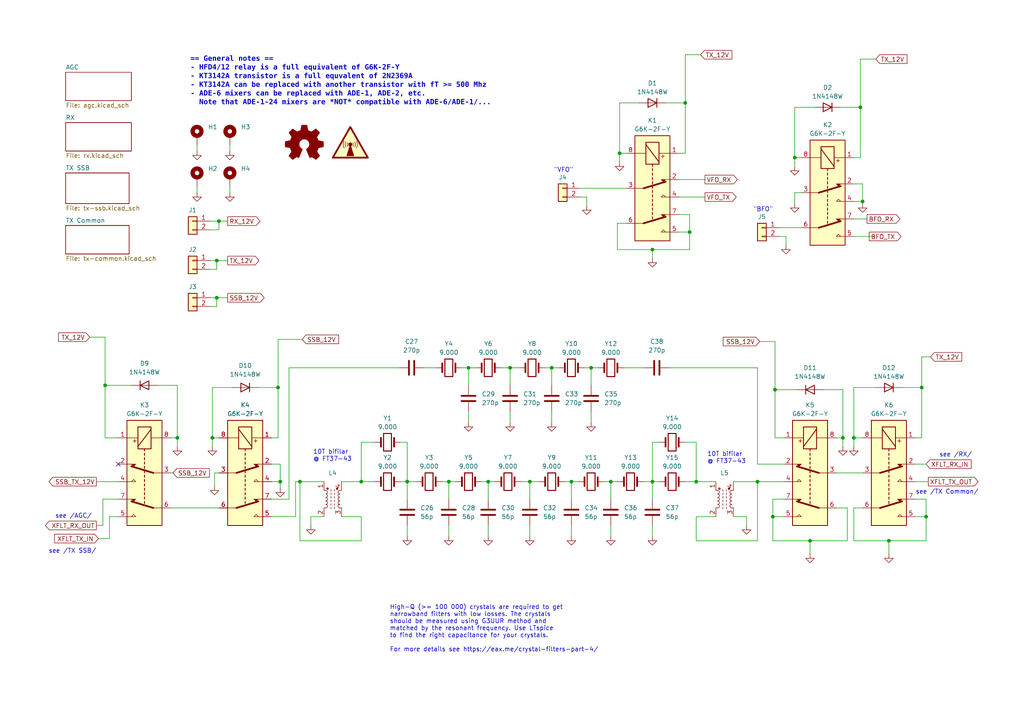
<source format=kicad_sch>
(kicad_sch (version 20230121) (generator eeschema)
  (paper "A4")
  (title_block (title "HBR/MK2 RXTX Board") (date "2024-02-03") (rev "1.0"))
  (lib_symbols
    (symbol "Connector_Generic:Conn_01x02" (pin_names (offset 1.016) hide)
      (property "Reference" "J" (at 0 2.54 0))
      (property "Value" "Conn_01x02" (at 0 -5.08 0))
      (symbol "Conn_01x02_1_1"
        (rectangle (start -1.27 -2.413) (end 0 -2.667) (stroke (width 0.1524)))
        (rectangle (start -1.27 0.127) (end 0 -0.127) (stroke (width 0.1524)))
        (rectangle (start -1.27 1.27) (end 1.27 -3.81) (stroke (width 0.254)) (fill (type background)))
        (pin passive line (at -5.08 0 0) (length 3.81) (name "Pin_1") (number "1"))
        (pin passive line (at -5.08 -2.54 0) (length 3.81) (name "Pin_2") (number "2"))
      )
    )
    (symbol "Device:C" (pin_numbers hide) (pin_names (offset 0.254))
      (property "Reference" "C" (at 0.635 2.54 0))
      (property "Value" "C" (at 0.635 -2.54 0))
      (symbol "C_0_1"
        (polyline (pts (xy -2.032 -0.762) (xy 2.032 -0.762)) (stroke (width 0.508)))
        (polyline (pts (xy -2.032 0.762) (xy 2.032 0.762)) (stroke (width 0.508)))
      )
      (symbol "C_1_1"
        (pin passive line (at 0 3.81 270) (length 2.794) (name "~") (number "1"))
        (pin passive line (at 0 -3.81 90) (length 2.794) (name "~") (number "2"))
      )
    )
    (symbol "Device:Crystal" (pin_numbers hide) (pin_names (offset 1.016) hide)
      (property "Reference" "Y" (at 0 3.81 0))
      (property "Value" "Crystal" (at 0 -3.81 0))
      (symbol "Crystal_0_1"
        (rectangle (start -1.143 2.54) (end 1.143 -2.54) (stroke (width 0.3048)))
        (polyline (pts (xy -2.54 0) (xy -1.905 0)))
        (polyline (pts (xy -1.905 -1.27) (xy -1.905 1.27)) (stroke (width 0.508)))
        (polyline (pts (xy 1.905 -1.27) (xy 1.905 1.27)) (stroke (width 0.508)))
        (polyline (pts (xy 2.54 0) (xy 1.905 0)))
      )
      (symbol "Crystal_1_1"
        (pin passive line (at -3.81 0 0) (length 1.27) (name "1") (number "1"))
        (pin passive line (at 3.81 0 180) (length 1.27) (name "2") (number "2"))
      )
    )
    (symbol "Device:L_Ferrite_Coupled_1243" (pin_names (offset 0.254) hide)
      (property "Reference" "L" (at 0 4.445 0))
      (property "Value" "L_Ferrite_Coupled_1243" (at 0 -4.445 0))
      (symbol "L_Ferrite_Coupled_1243_0_1"
        (circle (center -3.048 -1.27) (radius 0.254) (fill (type outline)))
        (circle (center -3.048 1.524) (radius 0.254) (fill (type outline)))
        (arc (start -2.54 2.032) (mid -2.032 1.5262) (end -1.524 2.032))
        (arc (start -1.524 -2.032) (mid -2.032 -1.5262) (end -2.54 -2.032))
        (arc (start -1.524 2.032) (mid -1.016 1.5262) (end -0.508 2.032))
        (arc (start -0.508 -2.032) (mid -1.016 -1.5262) (end -1.524 -2.032))
        (arc (start -0.508 2.032) (mid 0 1.5262) (end 0.508 2.032))
        (polyline (pts (xy -2.794 -0.508) (xy -2.286 -0.508)))
        (polyline (pts (xy -2.794 0.508) (xy -2.286 0.508)))
        (polyline (pts (xy -2.54 -2.032) (xy -2.54 -2.54)))
        (polyline (pts (xy -2.54 2.032) (xy -2.54 2.54)))
        (polyline (pts (xy -1.778 -0.508) (xy -1.27 -0.508)))
        (polyline (pts (xy -1.778 0.508) (xy -1.27 0.508)))
        (polyline (pts (xy -0.762 -0.508) (xy -0.254 -0.508)))
        (polyline (pts (xy -0.762 0.508) (xy -0.254 0.508)))
        (polyline (pts (xy 0.254 -0.508) (xy 0.762 -0.508)))
        (polyline (pts (xy 0.254 0.508) (xy 0.762 0.508)))
        (polyline (pts (xy 1.27 -0.508) (xy 1.778 -0.508)))
        (polyline (pts (xy 1.27 0.508) (xy 1.778 0.508)))
        (polyline (pts (xy 2.286 -0.508) (xy 2.794 -0.508)))
        (polyline (pts (xy 2.286 0.508) (xy 2.794 0.508)))
        (polyline (pts (xy 2.54 -2.032) (xy 2.54 -2.54)))
        (polyline (pts (xy 2.54 2.54) (xy 2.54 2.032)))
        (arc (start 0.508 -2.032) (mid 0 -1.5262) (end -0.508 -2.032))
        (arc (start 0.508 2.032) (mid 1.016 1.5262) (end 1.524 2.032))
        (arc (start 1.524 -2.032) (mid 1.016 -1.5262) (end 0.508 -2.032))
        (arc (start 1.524 2.032) (mid 2.032 1.5262) (end 2.54 2.032))
        (arc (start 2.54 -2.032) (mid 2.032 -1.5262) (end 1.524 -2.032))
      )
      (symbol "L_Ferrite_Coupled_1243_1_1"
        (pin passive line (at -5.08 2.54 0) (length 2.54) (name "1") (number "1"))
        (pin passive line (at 5.08 2.54 180) (length 2.54) (name "2") (number "2"))
        (pin passive line (at 5.08 -2.54 180) (length 2.54) (name "3") (number "3"))
        (pin passive line (at -5.08 -2.54 0) (length 2.54) (name "4") (number "4"))
      )
    )
    (symbol "Diode:1N4148W" (pin_numbers hide) (pin_names hide)
      (property "Reference" "D" (at 0 2.54 0))
      (property "Value" "1N4148W" (at 0 -2.54 0))
      (symbol "1N4148W_0_1"
        (polyline (pts (xy -1.27 1.27) (xy -1.27 -1.27)) (stroke (width 0.254)))
        (polyline (pts (xy 1.27 0) (xy -1.27 0)))
        (polyline (pts (xy 1.27 1.27) (xy 1.27 -1.27) (xy -1.27 0) (xy 1.27 1.27)) (stroke (width 0.254)))
      )
      (symbol "1N4148W_1_1"
        (pin passive line (at -3.81 0 0) (length 2.54) (name "K") (number "1"))
        (pin passive line (at 3.81 0 180) (length 2.54) (name "A") (number "2"))
      )
    )
    (symbol "Graphic:Logo_Open_Hardware_Small" (in_bom no) (on_board no)
      (symbol "Logo_Open_Hardware_Small_0_1"
        (polyline (pts (xy 3.3528 -4.3434) (xy 3.302 -4.318) (xy 3.175 -4.2418) (xy 2.9972 -4.1148) (xy 2.7686 -3.9624) (xy 2.54 -3.81) (xy 2.3622 -3.7084) (xy 2.2352 -3.6068) (xy 2.1844 -3.5814) (xy 2.159 -3.6068) (xy 2.0574 -3.6576) (xy 1.905 -3.7338) (xy 1.8034 -3.7846) (xy 1.6764 -3.8354) (xy 1.6002 -3.8354) (xy 1.6002 -3.8354) (xy 1.5494 -3.7338) (xy 1.4732 -3.5306) (xy 1.3462 -3.302) (xy 1.2446 -3.0226) (xy 1.1176 -2.7178) (xy 0.9652 -2.413) (xy 0.8636 -2.1082) (xy 0.7366 -1.8288) (xy 0.6604 -1.6256) (xy 0.6096 -1.4732) (xy 0.5842 -1.397) (xy 0.5842 -1.397) (xy 0.6604 -1.3208) (xy 0.7874 -1.2446) (xy 1.0414 -1.016) (xy 1.2954 -0.6858) (xy 1.4478 -0.3302) (xy 1.524 0.0762) (xy 1.4732 0.4572) (xy 1.3208 0.8128) (xy 1.0668 1.143) (xy 0.762 1.3716) (xy 0.4064 1.524) (xy 0 1.5748) (xy -0.381 1.5494) (xy -0.7366 1.397) (xy -1.0668 1.143) (xy -1.2192 0.9906) (xy -1.397 0.6604) (xy -1.524 0.3048) (xy -1.524 0.2286) (xy -1.4986 -0.1778) (xy -1.397 -0.5334) (xy -1.1938 -0.8636) (xy -0.9144 -1.143) (xy -0.8636 -1.1684) (xy -0.7366 -1.27) (xy -0.635 -1.3462) (xy -0.5842 -1.397) (xy -1.0668 -2.5908) (xy -1.143 -2.794) (xy -1.2954 -3.1242) (xy -1.397 -3.4036) (xy -1.4986 -3.6322) (xy -1.5748 -3.7846) (xy -1.6002 -3.8354) (xy -1.6002 -3.8354) (xy -1.651 -3.8354) (xy -1.7272 -3.81) (xy -1.905 -3.7338) (xy -2.0066 -3.683) (xy -2.1336 -3.6068) (xy -2.2098 -3.5814) (xy -2.2606 -3.6068) (xy -2.3622 -3.683) (xy -2.54 -3.81) (xy -2.7686 -3.9624) (xy -2.9718 -4.0894) (xy -3.1496 -4.2164) (xy -3.302 -4.318) (xy -3.3528 -4.3434) (xy -3.3782 -4.3434) (xy -3.429 -4.318) (xy -3.5306 -4.2164) (xy -3.7084 -4.064) (xy -3.937 -3.8354) (xy -3.9624 -3.81) (xy -4.1656 -3.6068) (xy -4.318 -3.4544) (xy -4.4196 -3.3274) (xy -4.445 -3.2766) (xy -4.445 -3.2766) (xy -4.4196 -3.2258) (xy -4.318 -3.0734) (xy -4.2164 -2.8956) (xy -4.064 -2.667) (xy -3.6576 -2.0828) (xy -3.8862 -1.5494) (xy -3.937 -1.3716) (xy -4.0386 -1.1684) (xy -4.0894 -1.0414) (xy -4.1148 -0.9652) (xy -4.191 -0.9398) (xy -4.318 -0.9144) (xy -4.5466 -0.8636) (xy -4.8006 -0.8128) (xy -5.0546 -0.7874) (xy -5.2578 -0.7366) (xy -5.4356 -0.7112) (xy -5.5118 -0.6858) (xy -5.5118 -0.6858) (xy -5.5372 -0.635) (xy -5.5372 -0.5588) (xy -5.5372 -0.4318) (xy -5.5626 -0.2286) (xy -5.5626 0.0762) (xy -5.5626 0.127) (xy -5.5372 0.4064) (xy -5.5372 0.635) (xy -5.5372 0.762) (xy -5.5372 0.8382) (xy -5.5372 0.8382) (xy -5.461 0.8382) (xy -5.3086 0.889) (xy -5.08 0.9144) (xy -4.826 0.9652) (xy -4.8006 0.9906) (xy -4.5466 1.0414) (xy -4.318 1.0668) (xy -4.1656 1.1176) (xy -4.0894 1.143) (xy -4.0894 1.143) (xy -4.0386 1.2446) (xy -3.9624 1.4224) (xy -3.8608 1.6256) (xy -3.7846 1.8288) (xy -3.7084 2.0066) (xy -3.6576 2.159) (xy -3.6322 2.2098) (xy -3.6322 2.2098) (xy -3.683 2.286) (xy -3.7592 2.413) (xy -3.8862 2.5908) (xy -4.064 2.8194) (xy -4.064 2.8448) (xy -4.2164 3.0734) (xy -4.3434 3.2512) (xy -4.4196 3.3782) (xy -4.445 3.4544) (xy -4.445 3.4544) (xy -4.3942 3.5052) (xy -4.2926 3.6322) (xy -4.1148 3.81) (xy -3.937 4.0132) (xy -3.8608 4.064) (xy -3.6576 4.2926) (xy -3.5052 4.4196) (xy -3.4036 4.4958) (xy -3.3528 4.5212) (xy -3.3528 4.5212) (xy -3.302 4.4704) (xy -3.1496 4.3688) (xy -2.9718 4.2418) (xy -2.7432 4.0894) (xy -2.7178 4.0894) (xy -2.4892 3.937) (xy -2.3114 3.81) (xy -2.1844 3.7084) (xy -2.1336 3.683) (xy -2.1082 3.683) (xy -2.032 3.7084) (xy -1.8542 3.7592) (xy -1.6764 3.8354) (xy -1.4732 3.937) (xy -1.27 4.0132) (xy -1.143 4.064) (xy -1.0668 4.1148) (xy -1.0668 4.1148) (xy -1.0414 4.191) (xy -1.016 4.3434) (xy -0.9652 4.572) (xy -0.9144 4.8514) (xy -0.889 4.9022) (xy -0.8382 5.1562) (xy -0.8128 5.3848) (xy -0.7874 5.5372) (xy -0.762 5.588) (xy -0.7112 5.6134) (xy -0.5842 5.6134) (xy -0.4064 5.6134) (xy -0.1524 5.6134) (xy 0.0762 5.6134) (xy 0.3302 5.6134) (xy 0.5334 5.6134) (xy 0.6858 5.588) (xy 0.7366 5.588) (xy 0.7366 5.588) (xy 0.762 5.5118) (xy 0.8128 5.334) (xy 0.8382 5.1054) (xy 0.9144 4.826) (xy 0.9144 4.7752) (xy 0.9652 4.5212) (xy 1.016 4.2926) (xy 1.0414 4.1402) (xy 1.0668 4.0894) (xy 1.0668 4.0894) (xy 1.1938 4.0386) (xy 1.3716 3.9624) (xy 1.5748 3.8608) (xy 2.0828 3.6576) (xy 2.7178 4.0894) (xy 2.7686 4.1402) (xy 2.9972 4.2926) (xy 3.175 4.4196) (xy 3.302 4.4958) (xy 3.3782 4.5212) (xy 3.3782 4.5212) (xy 3.429 4.4704) (xy 3.556 4.3434) (xy 3.7338 4.191) (xy 3.9116 3.9878) (xy 4.064 3.8354) (xy 4.2418 3.6576) (xy 4.3434 3.556) (xy 4.4196 3.4798) (xy 4.4196 3.429) (xy 4.4196 3.4036) (xy 4.3942 3.3274) (xy 4.2926 3.2004) (xy 4.1656 2.9972) (xy 4.0132 2.794) (xy 3.8862 2.5908) (xy 3.7592 2.3876) (xy 3.6576 2.2352) (xy 3.6322 2.159) (xy 3.6322 2.1336) (xy 3.683 2.0066) (xy 3.7592 1.8288) (xy 3.8608 1.6002) (xy 4.064 1.1176) (xy 4.3942 1.0414) (xy 4.5974 1.016) (xy 4.8768 0.9652) (xy 5.1308 0.9144) (xy 5.5372 0.8382) (xy 5.5626 -0.6604) (xy 5.4864 -0.6858) (xy 5.4356 -0.6858) (xy 5.2832 -0.7366) (xy 5.0546 -0.762) (xy 4.8006 -0.8128) (xy 4.5974 -0.8636) (xy 4.3688 -0.9144) (xy 4.2164 -0.9398) (xy 4.1402 -0.9398) (xy 4.1148 -0.9652) (xy 4.064 -1.0668) (xy 3.9878 -1.2446) (xy 3.9116 -1.4478) (xy 3.81 -1.651) (xy 3.7338 -1.8542) (xy 3.683 -2.0066) (xy 3.6576 -2.0828) (xy 3.683 -2.1336) (xy 3.7846 -2.2606) (xy 3.8862 -2.4638) (xy 4.0386 -2.667) (xy 4.191 -2.8956) (xy 4.318 -3.0734) (xy 4.3942 -3.2004) (xy 4.445 -3.2766) (xy 4.4196 -3.3274) (xy 4.3434 -3.429) (xy 4.1656 -3.5814) (xy 3.937 -3.8354) (xy 3.8862 -3.8608) (xy 3.683 -4.064) (xy 3.5306 -4.2164) (xy 3.4036 -4.318) (xy 3.3528 -4.3434)) (fill (type outline)))
      )
    )
    (symbol "Graphic:SYM_Radio_Waves_Large" (in_bom no) (on_board no)
      (symbol "SYM_Radio_Waves_Large_0_1"
        (arc (start -1.778 -0.254) (mid -2.0478 -1.27) (end -1.778 -2.286))
        (arc (start -1.27 -0.508) (mid -1.4811 -1.27) (end -1.27 -2.032))
        (arc (start -0.762 -0.762) (mid -0.9158 -1.27) (end -0.762 -1.778))
        (circle (center 0 -1.27) (radius 0.508) (fill (type outline)))
        (polyline (pts (xy -5.08 -5.08) (xy 5.08 -5.08) (xy 0 3.81) (xy -5.08 -5.08)) (stroke (width 0.508)) (fill (type background)))
        (polyline (pts (xy -1.016 -4.572) (xy 1.016 -4.572) (xy 0 -1.27) (xy -1.016 -4.572)) (fill (type outline)))
        (arc (start 0.762 -1.778) (mid 0.9158 -1.27) (end 0.762 -0.762))
        (arc (start 1.27 -2.032) (mid 1.4811 -1.27) (end 1.27 -0.508))
        (arc (start 1.778 -2.286) (mid 2.0478 -1.27) (end 1.778 -0.254))
      )
    )
    (symbol "Mechanical:MountingHole_Pad" (pin_numbers hide) (pin_names (offset 1.016) hide)
      (property "Reference" "H" (at 0 6.35 0))
      (property "Value" "MountingHole_Pad" (at 0 4.445 0))
      (symbol "MountingHole_Pad_0_1"
        (circle (center 0 1.27) (radius 1.27) (stroke (width 1.27)))
      )
      (symbol "MountingHole_Pad_1_1"
        (pin input line (at 0 -2.54 90) (length 2.54) (name "1") (number "1"))
      )
    )
    (symbol "Relay:G6K-2"
      (property "Reference" "K" (at 16.51 3.81 0))
      (property "Value" "G6K-2" (at 16.51 1.27 0))
      (symbol "G6K-2_0_0"
        (text "+" (at -9.271 2.921 0) (effects (font (size 1.27 1.27))))
      )
      (symbol "G6K-2_0_1"
        (rectangle (start -15.24 5.08) (end 15.24 -5.08) (stroke (width 0.254)) (fill (type background)))
        (rectangle (start -13.335 1.905) (end -6.985 -1.905) (stroke (width 0.254)))
        (polyline (pts (xy -12.7 -1.905) (xy -7.62 1.905)) (stroke (width 0.254)))
        (polyline (pts (xy -10.16 -5.08) (xy -10.16 -1.905)))
        (polyline (pts (xy -10.16 5.08) (xy -10.16 1.905)))
        (polyline (pts (xy -6.985 0) (xy -6.35 0)) (stroke (width 0.254)))
        (polyline (pts (xy -5.715 0) (xy -5.08 0)) (stroke (width 0.254)))
        (polyline (pts (xy -4.445 0) (xy -3.81 0)) (stroke (width 0.254)))
        (polyline (pts (xy -3.175 0) (xy -2.54 0)) (stroke (width 0.254)))
        (polyline (pts (xy -1.905 0) (xy -1.27 0)) (stroke (width 0.254)))
        (polyline (pts (xy -0.635 0) (xy 0 0)) (stroke (width 0.254)))
        (polyline (pts (xy 0 -2.54) (xy -1.905 3.81)) (stroke (width 0.508)))
        (polyline (pts (xy 0 -2.54) (xy 0 -5.08)))
        (polyline (pts (xy 0.635 0) (xy 1.27 0)) (stroke (width 0.254)))
        (polyline (pts (xy 1.905 0) (xy 2.54 0)) (stroke (width 0.254)))
        (polyline (pts (xy 3.175 0) (xy 3.81 0)) (stroke (width 0.254)))
        (polyline (pts (xy 4.445 0) (xy 5.08 0)) (stroke (width 0.254)))
        (polyline (pts (xy 5.715 0) (xy 6.35 0)) (stroke (width 0.254)))
        (polyline (pts (xy 6.985 0) (xy 7.62 0)) (stroke (width 0.254)))
        (polyline (pts (xy 8.255 0) (xy 8.89 0)) (stroke (width 0.254)))
        (polyline (pts (xy 10.16 -2.54) (xy 8.255 3.81)) (stroke (width 0.508)))
        (polyline (pts (xy 10.16 -2.54) (xy 10.16 -5.08)))
        (polyline (pts (xy -2.54 5.08) (xy -2.54 2.54) (xy -1.905 3.175) (xy -2.54 3.81)) (fill (type outline)))
        (polyline (pts (xy 2.54 5.08) (xy 2.54 2.54) (xy 1.905 3.175) (xy 2.54 3.81)))
        (polyline (pts (xy 7.62 5.08) (xy 7.62 2.54) (xy 8.255 3.175) (xy 7.62 3.81)) (fill (type outline)))
        (polyline (pts (xy 12.7 5.08) (xy 12.7 2.54) (xy 12.065 3.175) (xy 12.7 3.81)))
      )
      (symbol "G6K-2_1_1"
        (pin passive line (at -10.16 7.62 270) (length 2.54) (name "~") (number "1"))
        (pin passive line (at -2.54 7.62 270) (length 2.54) (name "~") (number "2"))
        (pin passive line (at 0 -7.62 90) (length 2.54) (name "~") (number "3"))
        (pin passive line (at 2.54 7.62 270) (length 2.54) (name "~") (number "4"))
        (pin passive line (at 12.7 7.62 270) (length 2.54) (name "~") (number "5"))
        (pin passive line (at 10.16 -7.62 90) (length 2.54) (name "~") (number "6"))
        (pin passive line (at 7.62 7.62 270) (length 2.54) (name "~") (number "7"))
        (pin passive line (at -10.16 -7.62 90) (length 2.54) (name "~") (number "8"))
      )
    )
    (symbol "power:GND" (power) (pin_names (offset 0))
      (property "Value" "GND" (at 0 -3.81 0))
      (symbol "GND_0_1"
        (polyline (pts (xy 0 0) (xy 0 -1.27) (xy 1.27 -1.27) (xy 0 -2.54) (xy -1.27 -1.27) (xy 0 -1.27)))
      )
      (symbol "GND_1_1"
        (pin power_in line (at 0 0 270) (length 0) hide (name "GND") (number "1"))
      )
    )
  )
  (junction (at 230.505 45.72))
  (junction (at 198.755 29.845))
  (junction (at 81.28 139.7))
  (junction (at 244.475 127))
  (junction (at 63.5 64.135))
  (junction (at 224.155 149.86))
  (junction (at 30.48 111.76))
  (junction (at 80.645 112.395))
  (junction (at 130.175 139.7))
  (junction (at 104.775 139.7))
  (junction (at 249.555 31.115))
  (junction (at 160.02 106.68))
  (junction (at 177.165 139.7))
  (junction (at 250.19 58.42))
  (junction (at 267.335 112.395))
  (junction (at 147.955 106.68))
  (junction (at 268.605 149.86))
  (junction (at 153.67 139.7))
  (junction (at 179.705 44.45))
  (junction (at 201.93 139.7))
  (junction (at 135.89 106.68))
  (junction (at 62.865 86.36))
  (junction (at 62.865 75.565))
  (junction (at 118.11 139.7))
  (junction (at 234.95 156.845))
  (junction (at 86.995 139.7))
  (junction (at 51.435 127))
  (junction (at 200.025 67.31))
  (junction (at 189.23 72.39))
  (junction (at 171.45 106.68))
  (junction (at 61.595 127))
  (junction (at 257.81 156.845))
  (junction (at 165.735 139.7))
  (junction (at 224.79 113.03))
  (junction (at 219.71 139.7))
  (junction (at 247.65 127))
  (junction (at 189.23 139.7))
  (junction (at 141.605 139.7))
  (no_connect (at 34.29 134.62))
  (wire (pts (xy 80.645 127) (xy 80.645 112.395)))
  (wire (pts (xy 230.505 45.72) (xy 232.41 45.72)))
  (wire (pts (xy 168.275 57.15) (xy 170.18 57.15)))
  (wire (pts (xy 247.65 156.845) (xy 257.81 156.845)))
  (wire (pts (xy 265.43 127) (xy 267.335 127)))
  (wire (pts (xy 66.675 53.975) (xy 66.675 55.88)))
  (wire (pts (xy 31.75 156.21) (xy 31.75 149.86)))
  (wire (pts (xy 234.95 160.655) (xy 234.95 156.845)))
  (wire (pts (xy 118.11 139.7) (xy 118.11 144.78)))
  (wire (pts (xy 224.155 149.86) (xy 227.33 149.86)))
  (wire (pts (xy 104.775 139.7) (xy 108.585 139.7)))
  (wire (pts (xy 115.57 106.68) (xy 83.82 106.68)))
  (wire (pts (xy 66.675 41.91) (xy 66.675 43.815)))
  (wire (pts (xy 85.725 149.86) (xy 85.725 139.7)))
  (wire (pts (xy 135.89 106.68) (xy 137.795 106.68)))
  (wire (pts (xy 26.035 97.79) (xy 30.48 97.79)))
  (wire (pts (xy 177.165 139.7) (xy 179.07 139.7)))
  (wire (pts (xy 198.755 139.7) (xy 201.93 139.7)))
  (wire (pts (xy 250.19 58.42) (xy 250.19 53.34)))
  (wire (pts (xy 226.06 68.58) (xy 227.965 68.58)))
  (wire (pts (xy 61.595 127) (xy 61.595 112.395)))
  (wire (pts (xy 60.96 88.9) (xy 62.865 88.9)))
  (wire (pts (xy 78.74 144.78) (xy 83.82 144.78)))
  (wire (pts (xy 141.605 152.4) (xy 141.605 155.575)))
  (wire (pts (xy 201.93 139.7) (xy 207.645 139.7)))
  (wire (pts (xy 267.335 112.395) (xy 267.335 103.505)))
  (wire (pts (xy 62.23 137.16) (xy 63.5 137.16)))
  (wire (pts (xy 265.43 134.62) (xy 268.605 134.62)))
  (wire (pts (xy 198.755 15.875) (xy 198.755 29.845)))
  (wire (pts (xy 230.505 31.115) (xy 236.22 31.115)))
  (wire (pts (xy 250.19 53.34) (xy 247.65 53.34)))
  (wire (pts (xy 141.605 139.7) (xy 143.51 139.7)))
  (wire (pts (xy 268.605 149.86) (xy 268.605 144.78)))
  (wire (pts (xy 153.67 152.4) (xy 153.67 155.575)))
  (wire (pts (xy 163.83 139.7) (xy 165.735 139.7)))
  (wire (pts (xy 29.845 152.4) (xy 29.845 144.78)))
  (wire (pts (xy 265.43 139.7) (xy 269.24 139.7)))
  (wire (pts (xy 86.995 156.845) (xy 86.995 139.7)))
  (wire (pts (xy 224.79 113.03) (xy 231.14 113.03)))
  (wire (pts (xy 61.595 112.395) (xy 67.31 112.395)))
  (wire (pts (xy 212.725 139.7) (xy 219.71 139.7)))
  (wire (pts (xy 194.31 106.68) (xy 219.71 106.68)))
  (wire (pts (xy 118.11 139.7) (xy 120.65 139.7)))
  (wire (pts (xy 189.23 139.7) (xy 191.135 139.7)))
  (wire (pts (xy 219.71 106.68) (xy 219.71 134.62)))
  (wire (pts (xy 212.725 149.86) (xy 216.535 149.86)))
  (wire (pts (xy 118.11 152.4) (xy 118.11 155.575)))
  (wire (pts (xy 165.735 152.4) (xy 165.735 155.575)))
  (wire (pts (xy 219.71 156.845) (xy 219.71 139.7)))
  (wire (pts (xy 245.745 156.845) (xy 245.745 147.32)))
  (wire (pts (xy 123.19 106.68) (xy 126.365 106.68)))
  (wire (pts (xy 86.995 139.7) (xy 93.98 139.7)))
  (wire (pts (xy 189.23 152.4) (xy 189.23 155.575)))
  (wire (pts (xy 135.89 119.38) (xy 135.89 122.555)))
  (wire (pts (xy 177.165 152.4) (xy 177.165 155.575)))
  (wire (pts (xy 85.725 139.7) (xy 86.995 139.7)))
  (wire (pts (xy 51.435 127) (xy 51.435 111.76)))
  (wire (pts (xy 170.18 57.15) (xy 170.18 59.69)))
  (wire (pts (xy 63.5 66.675) (xy 63.5 64.135)))
  (wire (pts (xy 247.65 112.395) (xy 254 112.395)))
  (wire (pts (xy 230.505 45.72) (xy 230.505 31.115)))
  (wire (pts (xy 63.5 64.135) (xy 66.04 64.135)))
  (wire (pts (xy 49.53 127) (xy 51.435 127)))
  (wire (pts (xy 90.17 152.4) (xy 90.17 149.86)))
  (wire (pts (xy 78.74 127) (xy 80.645 127)))
  (wire (pts (xy 257.81 156.845) (xy 268.605 156.845)))
  (wire (pts (xy 249.555 31.115) (xy 243.84 31.115)))
  (wire (pts (xy 219.71 134.62) (xy 227.33 134.62)))
  (wire (pts (xy 268.605 156.845) (xy 268.605 149.86)))
  (wire (pts (xy 60.96 66.675) (xy 63.5 66.675)))
  (wire (pts (xy 238.76 113.03) (xy 244.475 113.03)))
  (wire (pts (xy 99.06 149.86) (xy 104.775 149.86)))
  (wire (pts (xy 80.645 112.395) (xy 74.93 112.395)))
  (wire (pts (xy 171.45 106.68) (xy 173.355 106.68)))
  (wire (pts (xy 200.025 72.39) (xy 200.025 67.31)))
  (wire (pts (xy 247.65 63.5) (xy 251.46 63.5)))
  (wire (pts (xy 90.17 149.86) (xy 93.98 149.86)))
  (wire (pts (xy 145.415 106.68) (xy 147.955 106.68)))
  (wire (pts (xy 227.965 68.58) (xy 227.965 71.12)))
  (wire (pts (xy 196.85 67.31) (xy 200.025 67.31)))
  (wire (pts (xy 179.07 64.77) (xy 179.07 72.39)))
  (wire (pts (xy 104.775 149.86) (xy 104.775 156.845)))
  (wire (pts (xy 247.65 129.54) (xy 247.65 127)))
  (wire (pts (xy 116.205 139.7) (xy 118.11 139.7)))
  (wire (pts (xy 62.23 140.97) (xy 62.23 137.16)))
  (wire (pts (xy 51.435 111.76) (xy 45.72 111.76)))
  (wire (pts (xy 249.555 17.145) (xy 249.555 31.115)))
  (wire (pts (xy 60.96 78.105) (xy 62.865 78.105)))
  (wire (pts (xy 130.175 139.7) (xy 130.175 144.78)))
  (wire (pts (xy 234.95 156.845) (xy 224.155 156.845)))
  (wire (pts (xy 234.95 156.845) (xy 245.745 156.845)))
  (wire (pts (xy 179.07 64.77) (xy 181.61 64.77)))
  (wire (pts (xy 169.545 106.68) (xy 171.45 106.68)))
  (wire (pts (xy 147.955 106.68) (xy 150.495 106.68)))
  (wire (pts (xy 245.745 147.32) (xy 242.57 147.32)))
  (wire (pts (xy 224.79 99.06) (xy 224.79 113.03)))
  (wire (pts (xy 177.165 139.7) (xy 177.165 144.78)))
  (wire (pts (xy 158.115 106.68) (xy 160.02 106.68)))
  (wire (pts (xy 179.705 44.45) (xy 179.705 29.845)))
  (wire (pts (xy 247.65 68.58) (xy 253.365 68.58)))
  (wire (pts (xy 118.11 128.27) (xy 118.11 139.7)))
  (wire (pts (xy 78.74 149.86) (xy 85.725 149.86)))
  (wire (pts (xy 179.705 29.845) (xy 185.42 29.845)))
  (wire (pts (xy 247.65 127) (xy 247.65 112.395)))
  (wire (pts (xy 153.67 139.7) (xy 156.21 139.7)))
  (wire (pts (xy 267.335 112.395) (xy 261.62 112.395)))
  (wire (pts (xy 133.985 106.68) (xy 135.89 106.68)))
  (wire (pts (xy 198.755 44.45) (xy 198.755 29.845)))
  (wire (pts (xy 141.605 139.7) (xy 141.605 144.78)))
  (wire (pts (xy 28.575 156.21) (xy 31.75 156.21)))
  (wire (pts (xy 198.755 15.875) (xy 203.2 15.875)))
  (wire (pts (xy 198.755 29.845) (xy 193.04 29.845)))
  (wire (pts (xy 224.155 149.86) (xy 224.155 144.78)))
  (wire (pts (xy 130.175 139.7) (xy 132.08 139.7)))
  (wire (pts (xy 189.23 72.39) (xy 200.025 72.39)))
  (wire (pts (xy 247.65 147.32) (xy 250.19 147.32)))
  (wire (pts (xy 216.535 152.4) (xy 216.535 149.86)))
  (wire (pts (xy 29.845 144.78) (xy 34.29 144.78)))
  (wire (pts (xy 201.93 128.27) (xy 201.93 139.7)))
  (wire (pts (xy 104.775 156.845) (xy 86.995 156.845)))
  (wire (pts (xy 198.755 128.27) (xy 201.93 128.27)))
  (wire (pts (xy 267.335 103.505) (xy 269.875 103.505)))
  (wire (pts (xy 147.955 119.38) (xy 147.955 122.555)))
  (wire (pts (xy 30.48 111.76) (xy 38.1 111.76)))
  (wire (pts (xy 160.02 106.68) (xy 160.02 111.76)))
  (wire (pts (xy 257.81 160.655) (xy 257.81 156.845)))
  (wire (pts (xy 81.28 139.7) (xy 81.28 134.62)))
  (wire (pts (xy 87.63 98.425) (xy 80.645 98.425)))
  (wire (pts (xy 186.69 139.7) (xy 189.23 139.7)))
  (wire (pts (xy 160.02 119.38) (xy 160.02 122.555)))
  (wire (pts (xy 165.735 139.7) (xy 167.64 139.7)))
  (wire (pts (xy 168.275 54.61) (xy 181.61 54.61)))
  (wire (pts (xy 191.135 128.27) (xy 189.23 128.27)))
  (wire (pts (xy 104.775 128.27) (xy 104.775 139.7)))
  (wire (pts (xy 224.79 127) (xy 224.79 113.03)))
  (wire (pts (xy 151.13 139.7) (xy 153.67 139.7)))
  (wire (pts (xy 180.975 106.68) (xy 186.69 106.68)))
  (wire (pts (xy 171.45 106.68) (xy 171.45 111.76)))
  (wire (pts (xy 81.28 141.605) (xy 81.28 139.7)))
  (wire (pts (xy 60.96 64.135) (xy 63.5 64.135)))
  (wire (pts (xy 30.48 97.79) (xy 30.48 111.76)))
  (wire (pts (xy 139.7 139.7) (xy 141.605 139.7)))
  (wire (pts (xy 242.57 137.16) (xy 250.19 137.16)))
  (wire (pts (xy 62.865 78.105) (xy 62.865 75.565)))
  (wire (pts (xy 230.505 59.055) (xy 230.505 55.88)))
  (wire (pts (xy 49.53 147.32) (xy 63.5 147.32)))
  (wire (pts (xy 128.27 139.7) (xy 130.175 139.7)))
  (wire (pts (xy 196.85 44.45) (xy 198.755 44.45)))
  (wire (pts (xy 171.45 119.38) (xy 171.45 122.555)))
  (wire (pts (xy 268.605 144.78) (xy 265.43 144.78)))
  (wire (pts (xy 196.85 52.07) (xy 204.47 52.07)))
  (wire (pts (xy 160.02 106.68) (xy 161.925 106.68)))
  (wire (pts (xy 60.96 86.36) (xy 62.865 86.36)))
  (wire (pts (xy 179.07 72.39) (xy 189.23 72.39)))
  (wire (pts (xy 81.28 134.62) (xy 78.74 134.62)))
  (wire (pts (xy 60.96 75.565) (xy 62.865 75.565)))
  (wire (pts (xy 250.19 59.055) (xy 250.19 58.42)))
  (wire (pts (xy 108.585 128.27) (xy 104.775 128.27)))
  (wire (pts (xy 247.65 156.845) (xy 247.65 147.32)))
  (wire (pts (xy 99.06 139.7) (xy 104.775 139.7)))
  (wire (pts (xy 62.865 86.36) (xy 66.04 86.36)))
  (wire (pts (xy 189.23 139.7) (xy 189.23 144.78)))
  (wire (pts (xy 30.48 127) (xy 30.48 111.76)))
  (wire (pts (xy 249.555 45.72) (xy 249.555 31.115)))
  (wire (pts (xy 224.155 156.845) (xy 224.155 149.86)))
  (wire (pts (xy 265.43 149.86) (xy 268.605 149.86)))
  (wire (pts (xy 244.475 113.03) (xy 244.475 127)))
  (wire (pts (xy 220.345 99.06) (xy 224.79 99.06)))
  (wire (pts (xy 83.82 106.68) (xy 83.82 144.78)))
  (wire (pts (xy 244.475 129.54) (xy 244.475 127)))
  (wire (pts (xy 196.85 57.15) (xy 204.47 57.15)))
  (wire (pts (xy 116.205 128.27) (xy 118.11 128.27)))
  (wire (pts (xy 227.33 127) (xy 224.79 127)))
  (wire (pts (xy 175.26 139.7) (xy 177.165 139.7)))
  (wire (pts (xy 249.555 17.145) (xy 254 17.145)))
  (wire (pts (xy 200.025 62.23) (xy 196.85 62.23)))
  (wire (pts (xy 62.865 88.9) (xy 62.865 86.36)))
  (wire (pts (xy 189.23 128.27) (xy 189.23 139.7)))
  (wire (pts (xy 34.29 127) (xy 30.48 127)))
  (wire (pts (xy 135.89 106.68) (xy 135.89 111.76)))
  (wire (pts (xy 201.93 149.86) (xy 201.93 156.845)))
  (wire (pts (xy 226.06 66.04) (xy 232.41 66.04)))
  (wire (pts (xy 153.67 139.7) (xy 153.67 144.78)))
  (wire (pts (xy 201.93 149.86) (xy 207.645 149.86)))
  (wire (pts (xy 189.23 72.39) (xy 189.23 74.93)))
  (wire (pts (xy 50.165 137.16) (xy 49.53 137.16)))
  (wire (pts (xy 57.15 41.91) (xy 57.15 43.815)))
  (wire (pts (xy 27.94 152.4) (xy 29.845 152.4)))
  (wire (pts (xy 61.595 127) (xy 63.5 127)))
  (wire (pts (xy 267.335 127) (xy 267.335 112.395)))
  (wire (pts (xy 61.595 129.54) (xy 61.595 127)))
  (wire (pts (xy 130.175 152.4) (xy 130.175 155.575)))
  (wire (pts (xy 247.65 45.72) (xy 249.555 45.72)))
  (wire (pts (xy 34.29 139.7) (xy 27.94 139.7)))
  (wire (pts (xy 51.435 127) (xy 51.435 129.54)))
  (wire (pts (xy 244.475 127) (xy 242.57 127)))
  (wire (pts (xy 62.865 75.565) (xy 66.04 75.565)))
  (wire (pts (xy 230.505 55.88) (xy 232.41 55.88)))
  (wire (pts (xy 247.65 58.42) (xy 250.19 58.42)))
  (wire (pts (xy 201.93 156.845) (xy 219.71 156.845)))
  (wire (pts (xy 147.955 106.68) (xy 147.955 111.76)))
  (wire (pts (xy 31.75 149.86) (xy 34.29 149.86)))
  (wire (pts (xy 200.025 67.31) (xy 200.025 62.23)))
  (wire (pts (xy 224.155 144.78) (xy 227.33 144.78)))
  (wire (pts (xy 219.71 139.7) (xy 227.33 139.7)))
  (wire (pts (xy 80.645 98.425) (xy 80.645 112.395)))
  (wire (pts (xy 247.65 127) (xy 250.19 127)))
  (wire (pts (xy 57.15 53.975) (xy 57.15 55.88)))
  (wire (pts (xy 230.505 48.26) (xy 230.505 45.72)))
  (wire (pts (xy 165.735 139.7) (xy 165.735 144.78)))
  (wire (pts (xy 179.705 44.45) (xy 181.61 44.45)))
  (wire (pts (xy 78.74 139.7) (xy 81.28 139.7)))
  (wire (pts (xy 179.705 46.99) (xy 179.705 44.45)))
  (text "10T bifilar\n@ FT37-43" (at 205.105 134.62 0) (effects (font (size 1.27 1.27)) (justify left bottom)))
  (text "High-Q (>= 100 000) crystals are required to get\nnarrowband filters with low losses. The crystals\nshould be measured using G3UUR method and\nmatched by the resonant frequency. Use LTspice\nto find the right capacitance for your crystals.\n\nFor more details see https://eax.me/crystal-filters-part-4/" (at 113.03 189.23 0) (effects (font (size 1.27 1.27)) (justify left bottom)))
  (text "see /TX SSB/" (at 27.94 160.655 0) (effects (font (size 1.27 1.27)) (justify right bottom)))
  (text "== General notes ==\n- HFD4/12 relay is a full equivalent of G6K-2F-Y\n- KT3142A transistor is a full equvalent of 2N2369A\n- KT3142A can be replaced with another transistor with fT >= 500 Mhz\n- ADE-6 mixers can be replaced with ADE-1, ADE-2, etc.\n  Note that ADE-1-24 mixers are *NOT* compatible with ADE-6/ADE-1/..." (at 55.245 31.115 0) (effects (font (size 1.5 1.5) (thickness 0.3) bold) (justify left bottom)))
  (text "see /RX/" (at 281.94 132.715 0) (effects (font (size 1.27 1.27)) (justify right bottom)))
  (text "see /AGC/" (at 26.67 150.495 0) (effects (font (size 1.27 1.27)) (justify right bottom)))
  (text "see /TX Common/" (at 283.845 143.51 0) (effects (font (size 1.27 1.27)) (justify right bottom)))
  (text "10T bifilar\n@ FT37-43" (at 90.805 133.985 0) (effects (font (size 1.27 1.27)) (justify left bottom)))
  (text "\"VFO\"" (at 160.655 50.165 0) (effects (font (size 1.27 1.27)) (justify left bottom)))
  (text "\"BFO\"" (at 218.44 61.595 0) (effects (font (size 1.27 1.27)) (justify left bottom)))
  (global_label "BFO_TX" (shape output) (at 252.095 68.58 0) (property "Intersheetrefs" "${INTERSHEET_REFS}" (effects hide)))
  (global_label "TX_12V" (shape output) (at 66.04 75.565 0) (property "Intersheetrefs" "${INTERSHEET_REFS}" (effects hide)))
  (global_label "VFO_TX" (shape output) (at 204.47 57.15 0) (property "Intersheetrefs" "${INTERSHEET_REFS}" (effects hide)))
  (global_label "XFLT_RX_IN" (shape input) (at 268.605 134.62 0) (property "Intersheetrefs" "${INTERSHEET_REFS}" (effects hide)))
  (global_label "TX_12V" (shape input) (at 254 17.145 0) (property "Intersheetrefs" "${INTERSHEET_REFS}" (effects hide)))
  (global_label "SSB_TX_12V" (shape output) (at 27.94 139.7 180) (property "Intersheetrefs" "${INTERSHEET_REFS}" (effects hide)))
  (global_label "TX_12V" (shape input) (at 26.035 97.79 180) (property "Intersheetrefs" "${INTERSHEET_REFS}" (effects hide)))
  (global_label "SSB_12V" (shape input) (at 220.345 99.06 180) (property "Intersheetrefs" "${INTERSHEET_REFS}" (effects hide)))
  (global_label "TX_12V" (shape input) (at 203.2 15.875 0) (property "Intersheetrefs" "${INTERSHEET_REFS}" (effects hide)))
  (global_label "BFO_RX" (shape output) (at 251.46 63.5 0) (property "Intersheetrefs" "${INTERSHEET_REFS}" (effects hide)))
  (global_label "SSB_12V" (shape output) (at 66.04 86.36 0) (property "Intersheetrefs" "${INTERSHEET_REFS}" (effects hide)))
  (global_label "RX_12V" (shape output) (at 66.04 64.135 0) (property "Intersheetrefs" "${INTERSHEET_REFS}" (effects hide)))
  (global_label "TX_12V" (shape input) (at 269.875 103.505 0) (property "Intersheetrefs" "${INTERSHEET_REFS}" (effects hide)))
  (global_label "XFLT_RX_OUT" (shape output) (at 27.94 152.4 180) (property "Intersheetrefs" "${INTERSHEET_REFS}" (effects hide)))
  (global_label "SSB_12V" (shape input) (at 50.165 137.16 0) (property "Intersheetrefs" "${INTERSHEET_REFS}" (effects hide)))
  (global_label "VFO_RX" (shape output) (at 204.47 52.07 0) (property "Intersheetrefs" "${INTERSHEET_REFS}" (effects hide)))
  (global_label "XFLT_TX_IN" (shape input) (at 28.575 156.21 180) (property "Intersheetrefs" "${INTERSHEET_REFS}" (effects hide)))
  (global_label "SSB_12V" (shape input) (at 87.63 98.425 0) (property "Intersheetrefs" "${INTERSHEET_REFS}" (effects hide)))
  (global_label "XFLT_TX_OUT" (shape output) (at 269.24 139.7 0) (property "Intersheetrefs" "${INTERSHEET_REFS}" (effects hide)))
  (symbol (lib_id "power:GND") (at 170.18 59.69 0) (unit 1)
    (property "Reference" "#PWR05" (effects hide))
    (property "Value" "GND" (effects hide))
  )
  (symbol (lib_id "Connector_Generic:Conn_01x02") (at 55.88 75.565 0) (mirror y) (unit 1) (in_bom no)
    (property "Reference" "J2" (at 55.88 72.39 0))
    (property "Value" "Conn_01x02" (effects hide))
    (property "Footprint" "Connector_PinHeader_2.54mm:PinHeader_1x02_P2.54mm_Vertical" (effects hide))
  )
  (symbol (lib_id "power:GND") (at 153.67 155.575 0) (unit 1)
    (property "Reference" "#PWR056" (effects hide))
    (property "Value" "GND" (effects hide))
  )
  (symbol (lib_id "power:GND") (at 189.23 155.575 0) (unit 1)
    (property "Reference" "#PWR061" (effects hide))
    (property "Value" "GND" (effects hide))
  )
  (symbol (lib_id "power:GND") (at 135.89 122.555 0) (unit 1)
    (property "Reference" "#PWR053" (effects hide))
    (property "Value" "GND" (effects hide))
  )
  (symbol (lib_id "power:GND") (at 179.705 46.99 0) (unit 1)
    (property "Reference" "#PWR07" (effects hide))
    (property "Value" "GND" (effects hide))
  )
  (symbol (lib_id "Device:Crystal") (at 112.395 139.7 0) (unit 1)
    (property "Reference" "Y2" (at 112.395 132.715 0))
    (property "Value" "9.000" (at 112.395 135.255 0))
    (property "Footprint" "Crystal:Crystal_HC49-U_Vertical" (effects hide))
  )
  (symbol (lib_id "power:GND") (at 90.17 152.4 0) (unit 1)
    (property "Reference" "#PWR050" (effects hide))
    (property "Value" "GND" (effects hide))
  )
  (symbol (lib_id "Device:Crystal") (at 130.175 106.68 0) (unit 1)
    (property "Reference" "Y4" (at 130.175 99.695 0))
    (property "Value" "9.000" (at 130.175 102.235 0))
    (property "Footprint" "Crystal:Crystal_HC49-U_Vertical" (effects hide))
  )
  (symbol (lib_id "power:GND") (at 165.735 155.575 0) (unit 1)
    (property "Reference" "#PWR058" (effects hide))
    (property "Value" "GND" (effects hide))
  )
  (symbol (lib_id "Device:C") (at 153.67 148.59 0) (unit 1)
    (property "Reference" "C32" (at 157.48 147.32 0) (effects (justify left)))
    (property "Value" "56p" (at 157.48 149.86 0) (effects (justify left)))
    (property "Footprint" "Capacitor_SMD:C_0805_2012Metric_Pad1.18x1.45mm_HandSolder" (effects hide))
  )
  (symbol (lib_id "power:GND") (at 216.535 152.4 0) (mirror y) (unit 1)
    (property "Reference" "#PWR062" (effects hide))
    (property "Value" "GND" (effects hide))
  )
  (symbol (lib_id "Device:C") (at 135.89 115.57 0) (unit 1)
    (property "Reference" "C29" (at 139.7 114.3 0) (effects (justify left)))
    (property "Value" "270p" (at 139.7 116.84 0) (effects (justify left)))
    (property "Footprint" "Capacitor_SMD:C_0805_2012Metric_Pad1.18x1.45mm_HandSolder" (effects hide))
  )
  (symbol (lib_id "Device:C") (at 171.45 115.57 0) (unit 1)
    (property "Reference" "C35" (at 175.26 114.3 0) (effects (justify left)))
    (property "Value" "270p" (at 175.26 116.84 0) (effects (justify left)))
    (property "Footprint" "Capacitor_SMD:C_0805_2012Metric_Pad1.18x1.45mm_HandSolder" (effects hide))
  )
  (symbol (lib_id "power:GND") (at 81.28 141.605 0) (unit 1)
    (property "Reference" "#PWR049" (effects hide))
    (property "Value" "GND" (effects hide))
  )
  (symbol (lib_id "Relay:G6K-2") (at 234.95 137.16 90) (mirror x) (unit 1)
    (property "Reference" "K5" (at 234.95 117.475 90))
    (property "Value" "G6K-2F-Y" (at 234.95 120.015 90))
    (property "Footprint" "Relay_SMD:Relay_DPDT_Omron_G6K-2F-Y" (effects hide))
    (property "Datasheet" "http://omronfs.omron.com/en_US/ecb/products/pdf/en-g6k.pdf" (effects hide))
  )
  (symbol (lib_id "Device:C") (at 177.165 148.59 0) (unit 1)
    (property "Reference" "C36" (at 180.975 147.32 0) (effects (justify left)))
    (property "Value" "56p" (at 180.975 149.86 0) (effects (justify left)))
    (property "Footprint" "Capacitor_SMD:C_0805_2012Metric_Pad1.18x1.45mm_HandSolder" (effects hide))
  )
  (symbol (lib_id "Diode:1N4148W") (at 71.12 112.395 180) (unit 1)
    (property "Reference" "D10" (at 71.12 106.045 0))
    (property "Value" "1N4148W" (at 71.12 108.585 0))
    (property "Footprint" "Diode_SMD:D_SOD-123" (effects hide))
    (property "Datasheet" "https://www.vishay.com/docs/85748/1n4148w.pdf" (effects hide))
    (property "Sim.Device" "D" (effects hide))
    (property "Sim.Pins" "1=K 2=A" (effects hide))
  )
  (symbol (lib_id "Device:C") (at 147.955 115.57 0) (unit 1)
    (property "Reference" "C31" (at 151.765 114.3 0) (effects (justify left)))
    (property "Value" "270p" (at 151.765 116.84 0) (effects (justify left)))
    (property "Footprint" "Capacitor_SMD:C_0805_2012Metric_Pad1.18x1.45mm_HandSolder" (effects hide))
  )
  (symbol (lib_id "Device:C") (at 130.175 148.59 0) (unit 1)
    (property "Reference" "C28" (at 133.985 147.32 0) (effects (justify left)))
    (property "Value" "56p" (at 133.985 149.86 0) (effects (justify left)))
    (property "Footprint" "Capacitor_SMD:C_0805_2012Metric_Pad1.18x1.45mm_HandSolder" (effects hide))
  )
  (symbol (lib_id "Device:C") (at 141.605 148.59 0) (unit 1)
    (property "Reference" "C30" (at 145.415 147.32 0) (effects (justify left)))
    (property "Value" "56p" (at 145.415 149.86 0) (effects (justify left)))
    (property "Footprint" "Capacitor_SMD:C_0805_2012Metric_Pad1.18x1.45mm_HandSolder" (effects hide))
  )
  (symbol (lib_id "Relay:G6K-2") (at 257.81 137.16 270) (unit 1)
    (property "Reference" "K6" (at 257.81 117.475 90))
    (property "Value" "G6K-2F-Y" (at 257.81 120.015 90))
    (property "Footprint" "Relay_SMD:Relay_DPDT_Omron_G6K-2F-Y" (effects hide))
    (property "Datasheet" "http://omronfs.omron.com/en_US/ecb/products/pdf/en-g6k.pdf" (effects hide))
  )
  (symbol (lib_id "power:GND") (at 118.11 155.575 0) (unit 1)
    (property "Reference" "#PWR051" (effects hide))
    (property "Value" "GND" (effects hide))
  )
  (symbol (lib_id "power:GND") (at 230.505 59.055 0) (unit 1)
    (property "Reference" "#PWR0114" (effects hide))
    (property "Value" "GND" (effects hide))
  )
  (symbol (lib_id "Device:Crystal") (at 177.165 106.68 0) (mirror y) (unit 1)
    (property "Reference" "Y12" (at 177.165 99.695 0))
    (property "Value" "9.000" (at 177.165 102.235 0))
    (property "Footprint" "Crystal:Crystal_HC49-U_Vertical" (effects hide))
  )
  (symbol (lib_id "Mechanical:MountingHole_Pad") (at 57.15 39.37 0) (unit 1) (in_bom no)
    (property "Reference" "H1" (at 60.325 36.83 0) (effects (justify left)))
    (property "Value" "MountingHole_Pad" (effects hide))
    (property "Footprint" "MountingHole:MountingHole_3.5mm_Pad_Via" (effects hide))
  )
  (symbol (lib_id "Device:C") (at 119.38 106.68 90) (unit 1)
    (property "Reference" "C27" (at 119.38 99.06 90))
    (property "Value" "270p" (at 119.38 101.6 90))
    (property "Footprint" "Capacitor_SMD:C_0805_2012Metric_Pad1.18x1.45mm_HandSolder" (effects hide))
  )
  (symbol (lib_id "power:GND") (at 227.965 71.12 0) (unit 1)
    (property "Reference" "#PWR06" (effects hide))
    (property "Value" "GND" (effects hide))
  )
  (symbol (lib_id "Device:Crystal") (at 147.32 139.7 0) (unit 1)
    (property "Reference" "Y7" (at 147.32 132.715 0))
    (property "Value" "9.000" (at 147.32 135.255 0))
    (property "Footprint" "Crystal:Crystal_HC49-U_Vertical" (effects hide))
  )
  (symbol (lib_id "Relay:G6K-2") (at 71.12 137.16 270) (unit 1)
    (property "Reference" "K4" (at 71.12 117.475 90))
    (property "Value" "G6K-2F-Y" (at 71.12 120.015 90))
    (property "Footprint" "Relay_SMD:Relay_DPDT_Omron_G6K-2F-Y" (effects hide))
    (property "Datasheet" "http://omronfs.omron.com/en_US/ecb/products/pdf/en-g6k.pdf" (effects hide))
  )
  (symbol (lib_id "Device:L_Ferrite_Coupled_1243") (at 210.185 144.78 90) (mirror x) (unit 1)
    (property "Reference" "L5" (at 208.915 137.16 90) (effects (justify right)))
    (property "Value" "FT37-43" (effects hide))
    (property "Footprint" "Package_DIP:DIP-4_W7.62mm" (effects hide))
  )
  (symbol (lib_id "power:GND") (at 244.475 129.54 0) (mirror y) (unit 1)
    (property "Reference" "#PWR0113" (effects hide))
    (property "Value" "GND" (effects hide))
  )
  (symbol (lib_id "Device:Crystal") (at 194.945 139.7 0) (mirror y) (unit 1)
    (property "Reference" "Y15" (at 194.945 132.715 0))
    (property "Value" "9.000" (at 194.945 135.255 0))
    (property "Footprint" "Crystal:Crystal_HC49-U_Vertical" (effects hide))
  )
  (symbol (lib_id "power:GND") (at 234.95 160.655 0) (mirror y) (unit 1)
    (property "Reference" "#PWR063" (effects hide))
    (property "Value" "GND" (effects hide))
  )
  (symbol (lib_id "Mechanical:MountingHole_Pad") (at 66.675 51.435 0) (unit 1) (in_bom no)
    (property "Reference" "H4" (at 69.85 48.895 0) (effects (justify left)))
    (property "Value" "MountingHole_Pad" (effects hide))
    (property "Footprint" "MountingHole:MountingHole_3.5mm_Pad_Via" (effects hide))
  )
  (symbol (lib_id "Connector_Generic:Conn_01x02") (at 55.88 86.36 0) (mirror y) (unit 1) (in_bom no)
    (property "Reference" "J3" (at 55.88 83.185 0))
    (property "Value" "Conn_01x02" (effects hide))
    (property "Footprint" "Connector_PinHeader_2.54mm:PinHeader_1x02_P2.54mm_Vertical" (effects hide))
  )
  (symbol (lib_id "Relay:G6K-2") (at 240.03 55.88 270) (unit 1)
    (property "Reference" "K2" (at 240.03 36.195 90))
    (property "Value" "G6K-2F-Y" (at 240.03 38.735 90))
    (property "Footprint" "Relay_SMD:Relay_DPDT_Omron_G6K-2F-Y" (effects hide))
    (property "Datasheet" "http://omronfs.omron.com/en_US/ecb/products/pdf/en-g6k.pdf" (effects hide))
  )
  (symbol (lib_id "power:GND") (at 141.605 155.575 0) (unit 1)
    (property "Reference" "#PWR054" (effects hide))
    (property "Value" "GND" (effects hide))
  )
  (symbol (lib_id "power:GND") (at 189.23 74.93 0) (unit 1)
    (property "Reference" "#PWR0121" (effects hide))
    (property "Value" "GND" (effects hide))
  )
  (symbol (lib_id "Device:Crystal") (at 160.02 139.7 0) (mirror y) (unit 1)
    (property "Reference" "Y9" (at 160.02 132.715 0))
    (property "Value" "9.000" (at 160.02 135.255 0))
    (property "Footprint" "Crystal:Crystal_HC49-U_Vertical" (effects hide))
  )
  (symbol (lib_id "power:GND") (at 130.175 155.575 0) (unit 1)
    (property "Reference" "#PWR052" (effects hide))
    (property "Value" "GND" (effects hide))
  )
  (symbol (lib_id "power:GND") (at 61.595 129.54 0) (unit 1)
    (property "Reference" "#PWR047" (effects hide))
    (property "Value" "GND" (effects hide))
  )
  (symbol (lib_id "Diode:1N4148W") (at 257.81 112.395 180) (unit 1)
    (property "Reference" "D12" (at 257.81 106.68 0))
    (property "Value" "1N4148W" (at 257.81 109.22 0))
    (property "Footprint" "Diode_SMD:D_SOD-123" (effects hide))
    (property "Datasheet" "https://www.vishay.com/docs/85748/1n4148w.pdf" (effects hide))
    (property "Sim.Device" "D" (effects hide))
    (property "Sim.Pins" "1=K 2=A" (effects hide))
  )
  (symbol (lib_id "Mechanical:MountingHole_Pad") (at 66.675 39.37 0) (unit 1) (in_bom no)
    (property "Reference" "H3" (at 69.85 36.83 0) (effects (justify left)))
    (property "Value" "MountingHole_Pad" (effects hide))
    (property "Footprint" "MountingHole:MountingHole_3.5mm_Pad_Via" (effects hide))
  )
  (symbol (lib_id "Diode:1N4148W") (at 234.95 113.03 0) (unit 1)
    (property "Reference" "D11" (at 234.95 106.68 0))
    (property "Value" "1N4148W" (at 234.95 109.22 0))
    (property "Footprint" "Diode_SMD:D_SOD-123" (effects hide))
    (property "Datasheet" "https://www.vishay.com/docs/85748/1n4148w.pdf" (effects hide))
    (property "Sim.Device" "D" (effects hide))
    (property "Sim.Pins" "1=K 2=A" (effects hide))
  )
  (symbol (lib_id "Device:C") (at 160.02 115.57 0) (unit 1)
    (property "Reference" "C33" (at 163.83 114.3 0) (effects (justify left)))
    (property "Value" "270p" (at 163.83 116.84 0) (effects (justify left)))
    (property "Footprint" "Capacitor_SMD:C_0805_2012Metric_Pad1.18x1.45mm_HandSolder" (effects hide))
  )
  (symbol (lib_id "power:GND") (at 250.19 59.055 0) (unit 1)
    (property "Reference" "#PWR0115" (effects hide))
    (property "Value" "GND" (effects hide))
  )
  (symbol (lib_id "power:GND") (at 160.02 122.555 0) (unit 1)
    (property "Reference" "#PWR057" (effects hide))
    (property "Value" "GND" (effects hide))
  )
  (symbol (lib_id "Device:C") (at 190.5 106.68 90) (unit 1)
    (property "Reference" "C38" (at 190.5 99.06 90))
    (property "Value" "270p" (at 190.5 101.6 90))
    (property "Footprint" "Capacitor_SMD:C_0805_2012Metric_Pad1.18x1.45mm_HandSolder" (effects hide))
  )
  (symbol (lib_id "Device:Crystal") (at 182.88 139.7 0) (mirror y) (unit 1)
    (property "Reference" "Y13" (at 182.88 132.715 0))
    (property "Value" "9.000" (at 182.88 135.255 0))
    (property "Footprint" "Crystal:Crystal_HC49-U_Vertical" (effects hide))
  )
  (symbol (lib_id "Device:Crystal") (at 171.45 139.7 0) (mirror y) (unit 1)
    (property "Reference" "Y11" (at 171.45 132.715 0))
    (property "Value" "9.000" (at 171.45 135.255 0))
    (property "Footprint" "Crystal:Crystal_HC49-U_Vertical" (effects hide))
  )
  (symbol (lib_id "Relay:G6K-2") (at 41.91 137.16 90) (mirror x) (unit 1)
    (property "Reference" "K3" (at 41.91 117.475 90))
    (property "Value" "G6K-2F-Y" (at 41.91 120.015 90))
    (property "Footprint" "Relay_SMD:Relay_DPDT_Omron_G6K-2F-Y" (effects hide))
    (property "Datasheet" "http://omronfs.omron.com/en_US/ecb/products/pdf/en-g6k.pdf" (effects hide))
  )
  (symbol (lib_id "Device:Crystal") (at 135.89 139.7 0) (unit 1)
    (property "Reference" "Y5" (at 135.89 132.715 0))
    (property "Value" "9.000" (at 135.89 135.255 0))
    (property "Footprint" "Crystal:Crystal_HC49-U_Vertical" (effects hide))
  )
  (symbol (lib_id "Diode:1N4148W") (at 189.23 29.845 180) (unit 1)
    (property "Reference" "D1" (at 189.23 24.13 0))
    (property "Value" "1N4148W" (at 189.23 26.67 0))
    (property "Footprint" "Diode_SMD:D_SOD-123" (effects hide))
    (property "Datasheet" "https://www.vishay.com/docs/85748/1n4148w.pdf" (effects hide))
    (property "Sim.Device" "D" (effects hide))
    (property "Sim.Pins" "1=K 2=A" (effects hide))
  )
  (symbol (lib_id "Device:Crystal") (at 165.735 106.68 0) (mirror y) (unit 1)
    (property "Reference" "Y10" (at 165.735 99.695 0))
    (property "Value" "9.000" (at 165.735 102.235 0))
    (property "Footprint" "Crystal:Crystal_HC49-U_Vertical" (effects hide))
  )
  (symbol (lib_id "power:GND") (at 257.81 160.655 0) (mirror y) (unit 1)
    (property "Reference" "#PWR0117" (effects hide))
    (property "Value" "GND" (effects hide))
  )
  (symbol (lib_id "power:GND") (at 171.45 122.555 0) (unit 1)
    (property "Reference" "#PWR059" (effects hide))
    (property "Value" "GND" (effects hide))
  )
  (symbol (lib_id "power:GND") (at 66.675 55.88 0) (unit 1)
    (property "Reference" "#PWR04" (effects hide))
    (property "Value" "GND" (effects hide))
  )
  (symbol (lib_id "Device:Crystal") (at 141.605 106.68 0) (unit 1)
    (property "Reference" "Y6" (at 141.605 99.695 0))
    (property "Value" "9.000" (at 141.605 102.235 0))
    (property "Footprint" "Crystal:Crystal_HC49-U_Vertical" (effects hide))
  )
  (symbol (lib_id "Connector_Generic:Conn_01x02") (at 163.195 54.61 0) (mirror y) (unit 1) (in_bom no)
    (property "Reference" "J4" (at 163.195 51.435 0))
    (property "Value" "Conn_01x02" (effects hide))
    (property "Footprint" "Connector_PinHeader_2.54mm:PinHeader_1x02_P2.54mm_Vertical" (effects hide))
  )
  (symbol (lib_id "power:GND") (at 57.15 55.88 0) (unit 1)
    (property "Reference" "#PWR02" (effects hide))
    (property "Value" "GND" (effects hide))
  )
  (symbol (lib_id "power:GND") (at 147.955 122.555 0) (unit 1)
    (property "Reference" "#PWR055" (effects hide))
    (property "Value" "GND" (effects hide))
  )
  (symbol (lib_id "Relay:G6K-2") (at 189.23 54.61 270) (unit 1)
    (property "Reference" "K1" (at 189.23 34.925 90))
    (property "Value" "G6K-2F-Y" (at 189.23 37.465 90))
    (property "Footprint" "Relay_SMD:Relay_DPDT_Omron_G6K-2F-Y" (effects hide))
    (property "Datasheet" "http://omronfs.omron.com/en_US/ecb/products/pdf/en-g6k.pdf" (effects hide))
  )
  (symbol (lib_id "power:GND") (at 62.23 140.97 0) (unit 1)
    (property "Reference" "#PWR048" (effects hide))
    (property "Value" "GND" (effects hide))
  )
  (symbol (lib_id "power:GND") (at 230.505 48.26 0) (unit 1)
    (property "Reference" "#PWR08" (effects hide))
    (property "Value" "GND" (effects hide))
  )
  (symbol (lib_id "Mechanical:MountingHole_Pad") (at 57.15 51.435 0) (unit 1) (in_bom no)
    (property "Reference" "H2" (at 60.325 48.895 0) (effects (justify left)))
    (property "Value" "MountingHole_Pad" (effects hide))
    (property "Footprint" "MountingHole:MountingHole_3.5mm_Pad_Via" (effects hide))
  )
  (symbol (lib_id "Diode:1N4148W") (at 240.03 31.115 180) (unit 1)
    (property "Reference" "D2" (at 240.03 25.4 0))
    (property "Value" "1N4148W" (at 240.03 27.94 0))
    (property "Footprint" "Diode_SMD:D_SOD-123" (effects hide))
    (property "Datasheet" "https://www.vishay.com/docs/85748/1n4148w.pdf" (effects hide))
    (property "Sim.Device" "D" (effects hide))
    (property "Sim.Pins" "1=K 2=A" (effects hide))
  )
  (symbol (lib_id "Device:C") (at 189.23 148.59 0) (unit 1)
    (property "Reference" "C37" (at 193.04 147.32 0) (effects (justify left)))
    (property "Value" "56p" (at 193.04 149.86 0) (effects (justify left)))
    (property "Footprint" "Capacitor_SMD:C_0805_2012Metric_Pad1.18x1.45mm_HandSolder" (effects hide))
  )
  (symbol (lib_id "Connector_Generic:Conn_01x02") (at 220.98 66.04 0) (mirror y) (unit 1) (in_bom no)
    (property "Reference" "J5" (at 220.98 62.865 0))
    (property "Value" "Conn_01x02" (effects hide))
    (property "Footprint" "Connector_PinHeader_2.54mm:PinHeader_1x02_P2.54mm_Vertical" (effects hide))
  )
  (symbol (lib_id "Device:Crystal") (at 124.46 139.7 0) (unit 1)
    (property "Reference" "Y3" (at 124.46 132.715 0))
    (property "Value" "9.000" (at 124.46 135.255 0))
    (property "Footprint" "Crystal:Crystal_HC49-U_Vertical" (effects hide))
  )
  (symbol (lib_id "Diode:1N4148W") (at 41.91 111.76 0) (unit 1)
    (property "Reference" "D9" (at 41.91 105.41 0))
    (property "Value" "1N4148W" (at 41.91 107.95 0))
    (property "Footprint" "Diode_SMD:D_SOD-123" (effects hide))
    (property "Datasheet" "https://www.vishay.com/docs/85748/1n4148w.pdf" (effects hide))
    (property "Sim.Device" "D" (effects hide))
    (property "Sim.Pins" "1=K 2=A" (effects hide))
  )
  (symbol (lib_id "Device:C") (at 118.11 148.59 0) (unit 1)
    (property "Reference" "C26" (at 121.92 147.32 0) (effects (justify left)))
    (property "Value" "56p" (at 121.92 149.86 0) (effects (justify left)))
    (property "Footprint" "Capacitor_SMD:C_0805_2012Metric_Pad1.18x1.45mm_HandSolder" (effects hide))
  )
  (symbol (lib_id "Device:Crystal") (at 154.305 106.68 0) (mirror y) (unit 1)
    (property "Reference" "Y8" (at 154.305 99.695 0))
    (property "Value" "9.000" (at 154.305 102.235 0))
    (property "Footprint" "Crystal:Crystal_HC49-U_Vertical" (effects hide))
  )
  (symbol (lib_id "Device:L_Ferrite_Coupled_1243") (at 96.52 144.78 90) (mirror x) (unit 1)
    (property "Reference" "L4" (at 95.25 137.16 90) (effects (justify right)))
    (property "Value" "FT37-43" (effects hide))
    (property "Footprint" "Package_DIP:DIP-4_W7.62mm" (effects hide))
  )
  (symbol (lib_id "power:GND") (at 66.675 43.815 0) (unit 1)
    (property "Reference" "#PWR03" (effects hide))
    (property "Value" "GND" (effects hide))
  )
  (symbol (lib_id "power:GND") (at 57.15 43.815 0) (unit 1)
    (property "Reference" "#PWR01" (effects hide))
    (property "Value" "GND" (effects hide))
  )
  (symbol (lib_id "power:GND") (at 247.65 129.54 0) (mirror y) (unit 1)
    (property "Reference" "#PWR0116" (effects hide))
    (property "Value" "GND" (effects hide))
  )
  (symbol (lib_id "power:GND") (at 177.165 155.575 0) (unit 1)
    (property "Reference" "#PWR060" (effects hide))
    (property "Value" "GND" (effects hide))
  )
  (symbol (lib_id "Graphic:SYM_Radio_Waves_Large") (at 101.6 40.64 0) (unit 1) (in_bom no)
    (property "Reference" "SYM2" (effects hide))
    (property "Value" "SYM_Radio_Waves_Large" (effects hide))
    (property "Footprint" "Symbol:KiCad-Logo2_5mm_SilkScreen" (effects hide))
    (property "Sim.Enable" "0" (effects hide))
  )
  (symbol (lib_id "power:GND") (at 51.435 129.54 0) (unit 1)
    (property "Reference" "#PWR046" (effects hide))
    (property "Value" "GND" (effects hide))
  )
  (symbol (lib_id "Graphic:Logo_Open_Hardware_Small") (at 88.265 41.91 0) (unit 1) (in_bom no)
    (property "Reference" "SYM1" (effects hide))
    (property "Value" "Logo_Open_Hardware_Small" (effects hide))
    (property "Footprint" "Symbol:OSHW-Logo2_9.8x8mm_SilkScreen" (effects hide))
    (property "Sim.Enable" "0" (effects hide))
  )
  (symbol (lib_id "Device:C") (at 165.735 148.59 0) (unit 1)
    (property "Reference" "C34" (at 169.545 147.32 0) (effects (justify left)))
    (property "Value" "56p" (at 169.545 149.86 0) (effects (justify left)))
    (property "Footprint" "Capacitor_SMD:C_0805_2012Metric_Pad1.18x1.45mm_HandSolder" (effects hide))
  )
  (symbol (lib_id "Device:Crystal") (at 194.945 128.27 0) (mirror y) (unit 1)
    (property "Reference" "Y14" (at 194.945 121.285 0))
    (property "Value" "9.000" (at 194.945 123.825 0))
    (property "Footprint" "Crystal:Crystal_HC49-U_Vertical" (effects hide))
  )
  (symbol (lib_id "Connector_Generic:Conn_01x02") (at 55.88 64.135 0) (mirror y) (unit 1) (in_bom no)
    (property "Reference" "J1" (at 55.88 60.96 0))
    (property "Value" "Conn_01x02" (effects hide))
    (property "Footprint" "Connector_PinHeader_2.54mm:PinHeader_1x02_P2.54mm_Vertical" (effects hide))
  )
  (symbol (lib_id "Device:Crystal") (at 112.395 128.27 0) (unit 1)
    (property "Reference" "Y1" (at 112.395 121.285 0))
    (property "Value" "9.000" (at 112.395 123.825 0))
    (property "Footprint" "Crystal:Crystal_HC49-U_Vertical" (effects hide))
  )
  (sheet (at 19.05 20.955) (size 19.05 8.255) (stroke (width 0.1524))
    (property "Sheetname" "AGC" (at 19.05 20.2434 0) (effects (justify left bottom)))
    (property "Sheetfile" "agc.kicad_sch" (at 19.05 29.7946 0) (effects (justify left top)))
  )
  (sheet (at 19.05 50.165) (size 18.415 8.89) (stroke (width 0.1524))
    (property "Sheetname" "TX SSB" (at 19.05 49.4534 0) (effects (justify left bottom)))
    (property "Sheetfile" "tx-ssb.kicad_sch" (at 19.05 59.6396 0) (effects (justify left top)))
  )
  (sheet (at 19.05 35.56) (size 19.05 8.255) (stroke (width 0.1524))
    (property "Sheetname" "RX" (at 19.05 34.8484 0) (effects (justify left bottom)))
    (property "Sheetfile" "rx.kicad_sch" (at 19.05 44.3996 0) (effects (justify left top)))
  )
  (sheet (at 19.05 65.405) (size 18.415 8.255) (stroke (width 0.1524))
    (property "Sheetname" "TX Common" (at 19.05 64.6934 0) (effects (justify left bottom)))
    (property "Sheetfile" "tx-common.kicad_sch" (at 19.05 74.2446 0) (effects (justify left top)))
  )
)
</source>
